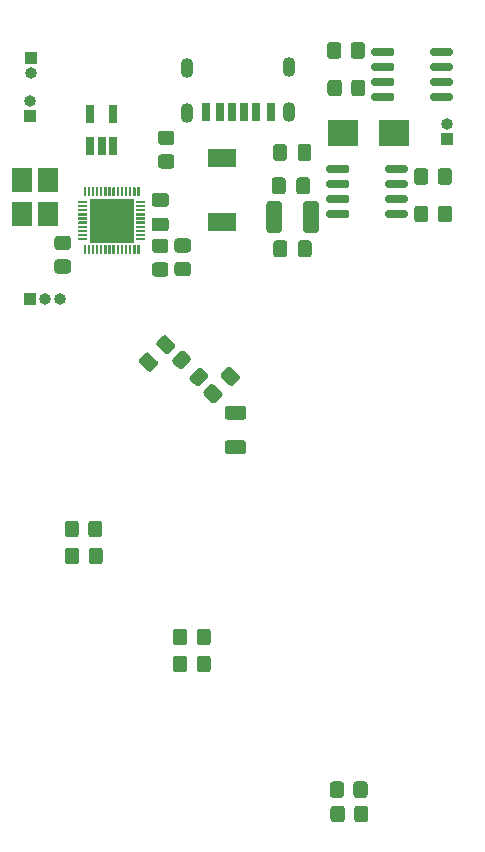
<source format=gbr>
%TF.GenerationSoftware,KiCad,Pcbnew,(5.1.10)-1*%
%TF.CreationDate,2022-02-15T22:18:45-08:00*%
%TF.ProjectId,schematic,73636865-6d61-4746-9963-2e6b69636164,rev?*%
%TF.SameCoordinates,Original*%
%TF.FileFunction,Soldermask,Top*%
%TF.FilePolarity,Negative*%
%FSLAX46Y46*%
G04 Gerber Fmt 4.6, Leading zero omitted, Abs format (unit mm)*
G04 Created by KiCad (PCBNEW (5.1.10)-1) date 2022-02-15 22:18:45*
%MOMM*%
%LPD*%
G01*
G04 APERTURE LIST*
%ADD10O,1.000000X1.000000*%
%ADD11R,1.000000X1.000000*%
%ADD12R,2.500000X2.300000*%
%ADD13R,0.650000X1.560000*%
%ADD14O,1.100000X1.700000*%
%ADD15R,0.800000X1.600000*%
%ADD16R,0.760000X1.600000*%
%ADD17R,0.700000X1.600000*%
%ADD18R,1.800000X2.100000*%
%ADD19R,3.700000X3.700000*%
%ADD20R,2.400000X1.500000*%
G04 APERTURE END LIST*
D10*
%TO.C,SW1*%
X137287000Y-67945000D03*
D11*
X137287000Y-69215000D03*
%TD*%
D10*
%TO.C,J3*%
X172593000Y-69850000D03*
D11*
X172593000Y-71120000D03*
%TD*%
D10*
%TO.C,Je*%
X137414000Y-65532000D03*
D11*
X137414000Y-64262000D03*
%TD*%
D10*
%TO.C,J4*%
X139827000Y-84709000D03*
X138557000Y-84709000D03*
D11*
X137287000Y-84709000D03*
%TD*%
%TO.C,R7*%
G36*
G01*
X147885999Y-81569000D02*
X148786001Y-81569000D01*
G75*
G02*
X149036000Y-81818999I0J-249999D01*
G01*
X149036000Y-82519001D01*
G75*
G02*
X148786001Y-82769000I-249999J0D01*
G01*
X147885999Y-82769000D01*
G75*
G02*
X147636000Y-82519001I0J249999D01*
G01*
X147636000Y-81818999D01*
G75*
G02*
X147885999Y-81569000I249999J0D01*
G01*
G37*
G36*
G01*
X147885999Y-79569000D02*
X148786001Y-79569000D01*
G75*
G02*
X149036000Y-79818999I0J-249999D01*
G01*
X149036000Y-80519001D01*
G75*
G02*
X148786001Y-80769000I-249999J0D01*
G01*
X147885999Y-80769000D01*
G75*
G02*
X147636000Y-80519001I0J249999D01*
G01*
X147636000Y-79818999D01*
G75*
G02*
X147885999Y-79569000I249999J0D01*
G01*
G37*
%TD*%
%TO.C,R6*%
G36*
G01*
X150691001Y-80737000D02*
X149790999Y-80737000D01*
G75*
G02*
X149541000Y-80487001I0J249999D01*
G01*
X149541000Y-79786999D01*
G75*
G02*
X149790999Y-79537000I249999J0D01*
G01*
X150691001Y-79537000D01*
G75*
G02*
X150941000Y-79786999I0J-249999D01*
G01*
X150941000Y-80487001D01*
G75*
G02*
X150691001Y-80737000I-249999J0D01*
G01*
G37*
G36*
G01*
X150691001Y-82737000D02*
X149790999Y-82737000D01*
G75*
G02*
X149541000Y-82487001I0J249999D01*
G01*
X149541000Y-81786999D01*
G75*
G02*
X149790999Y-81537000I249999J0D01*
G01*
X150691001Y-81537000D01*
G75*
G02*
X150941000Y-81786999I0J-249999D01*
G01*
X150941000Y-82487001D01*
G75*
G02*
X150691001Y-82737000I-249999J0D01*
G01*
G37*
%TD*%
%TO.C,C16*%
G36*
G01*
X160450500Y-78824001D02*
X160450500Y-76623999D01*
G75*
G02*
X160700499Y-76374000I249999J0D01*
G01*
X161525501Y-76374000D01*
G75*
G02*
X161775500Y-76623999I0J-249999D01*
G01*
X161775500Y-78824001D01*
G75*
G02*
X161525501Y-79074000I-249999J0D01*
G01*
X160700499Y-79074000D01*
G75*
G02*
X160450500Y-78824001I0J249999D01*
G01*
G37*
G36*
G01*
X157325500Y-78824001D02*
X157325500Y-76623999D01*
G75*
G02*
X157575499Y-76374000I249999J0D01*
G01*
X158400501Y-76374000D01*
G75*
G02*
X158650500Y-76623999I0J-249999D01*
G01*
X158650500Y-78824001D01*
G75*
G02*
X158400501Y-79074000I-249999J0D01*
G01*
X157575499Y-79074000D01*
G75*
G02*
X157325500Y-78824001I0J249999D01*
G01*
G37*
%TD*%
D12*
%TO.C,D3*%
X168130000Y-70612000D03*
X163830000Y-70612000D03*
%TD*%
D13*
%TO.C,U7*%
X142433000Y-69008000D03*
X144333000Y-69008000D03*
X144333000Y-71708000D03*
X143383000Y-71708000D03*
X142433000Y-71708000D03*
%TD*%
D14*
%TO.C,J2*%
X159282000Y-65034000D03*
X159282000Y-68834000D03*
X150632000Y-65084000D03*
X150632000Y-68884000D03*
D15*
X152182000Y-68834000D03*
D16*
X153412000Y-68834000D03*
D17*
X154432000Y-68834000D03*
X155432000Y-68834000D03*
D16*
X156452000Y-68834000D03*
D15*
X157682000Y-68834000D03*
%TD*%
%TO.C,TH3*%
G36*
G01*
X163954000Y-127819999D02*
X163954000Y-128720001D01*
G75*
G02*
X163704001Y-128970000I-249999J0D01*
G01*
X163003999Y-128970000D01*
G75*
G02*
X162754000Y-128720001I0J249999D01*
G01*
X162754000Y-127819999D01*
G75*
G02*
X163003999Y-127570000I249999J0D01*
G01*
X163704001Y-127570000D01*
G75*
G02*
X163954000Y-127819999I0J-249999D01*
G01*
G37*
G36*
G01*
X165954000Y-127819999D02*
X165954000Y-128720001D01*
G75*
G02*
X165704001Y-128970000I-249999J0D01*
G01*
X165003999Y-128970000D01*
G75*
G02*
X164754000Y-128720001I0J249999D01*
G01*
X164754000Y-127819999D01*
G75*
G02*
X165003999Y-127570000I249999J0D01*
G01*
X165704001Y-127570000D01*
G75*
G02*
X165954000Y-127819999I0J-249999D01*
G01*
G37*
%TD*%
%TO.C,TH2*%
G36*
G01*
X150619000Y-115119999D02*
X150619000Y-116020001D01*
G75*
G02*
X150369001Y-116270000I-249999J0D01*
G01*
X149668999Y-116270000D01*
G75*
G02*
X149419000Y-116020001I0J249999D01*
G01*
X149419000Y-115119999D01*
G75*
G02*
X149668999Y-114870000I249999J0D01*
G01*
X150369001Y-114870000D01*
G75*
G02*
X150619000Y-115119999I0J-249999D01*
G01*
G37*
G36*
G01*
X152619000Y-115119999D02*
X152619000Y-116020001D01*
G75*
G02*
X152369001Y-116270000I-249999J0D01*
G01*
X151668999Y-116270000D01*
G75*
G02*
X151419000Y-116020001I0J249999D01*
G01*
X151419000Y-115119999D01*
G75*
G02*
X151668999Y-114870000I249999J0D01*
G01*
X152369001Y-114870000D01*
G75*
G02*
X152619000Y-115119999I0J-249999D01*
G01*
G37*
%TD*%
%TO.C,TH1*%
G36*
G01*
X141475000Y-105975999D02*
X141475000Y-106876001D01*
G75*
G02*
X141225001Y-107126000I-249999J0D01*
G01*
X140524999Y-107126000D01*
G75*
G02*
X140275000Y-106876001I0J249999D01*
G01*
X140275000Y-105975999D01*
G75*
G02*
X140524999Y-105726000I249999J0D01*
G01*
X141225001Y-105726000D01*
G75*
G02*
X141475000Y-105975999I0J-249999D01*
G01*
G37*
G36*
G01*
X143475000Y-105975999D02*
X143475000Y-106876001D01*
G75*
G02*
X143225001Y-107126000I-249999J0D01*
G01*
X142524999Y-107126000D01*
G75*
G02*
X142275000Y-106876001I0J249999D01*
G01*
X142275000Y-105975999D01*
G75*
G02*
X142524999Y-105726000I249999J0D01*
G01*
X143225001Y-105726000D01*
G75*
G02*
X143475000Y-105975999I0J-249999D01*
G01*
G37*
%TD*%
%TO.C,R24*%
G36*
G01*
X164700500Y-126662601D02*
X164700500Y-125762599D01*
G75*
G02*
X164950499Y-125512600I249999J0D01*
G01*
X165650501Y-125512600D01*
G75*
G02*
X165900500Y-125762599I0J-249999D01*
G01*
X165900500Y-126662601D01*
G75*
G02*
X165650501Y-126912600I-249999J0D01*
G01*
X164950499Y-126912600D01*
G75*
G02*
X164700500Y-126662601I0J249999D01*
G01*
G37*
G36*
G01*
X162700500Y-126662601D02*
X162700500Y-125762599D01*
G75*
G02*
X162950499Y-125512600I249999J0D01*
G01*
X163650501Y-125512600D01*
G75*
G02*
X163900500Y-125762599I0J-249999D01*
G01*
X163900500Y-126662601D01*
G75*
G02*
X163650501Y-126912600I-249999J0D01*
G01*
X162950499Y-126912600D01*
G75*
G02*
X162700500Y-126662601I0J249999D01*
G01*
G37*
%TD*%
%TO.C,R21*%
G36*
G01*
X151419000Y-113734001D02*
X151419000Y-112833999D01*
G75*
G02*
X151668999Y-112584000I249999J0D01*
G01*
X152369001Y-112584000D01*
G75*
G02*
X152619000Y-112833999I0J-249999D01*
G01*
X152619000Y-113734001D01*
G75*
G02*
X152369001Y-113984000I-249999J0D01*
G01*
X151668999Y-113984000D01*
G75*
G02*
X151419000Y-113734001I0J249999D01*
G01*
G37*
G36*
G01*
X149419000Y-113734001D02*
X149419000Y-112833999D01*
G75*
G02*
X149668999Y-112584000I249999J0D01*
G01*
X150369001Y-112584000D01*
G75*
G02*
X150619000Y-112833999I0J-249999D01*
G01*
X150619000Y-113734001D01*
G75*
G02*
X150369001Y-113984000I-249999J0D01*
G01*
X149668999Y-113984000D01*
G75*
G02*
X149419000Y-113734001I0J249999D01*
G01*
G37*
%TD*%
%TO.C,R20*%
G36*
G01*
X142246500Y-104593601D02*
X142246500Y-103693599D01*
G75*
G02*
X142496499Y-103443600I249999J0D01*
G01*
X143196501Y-103443600D01*
G75*
G02*
X143446500Y-103693599I0J-249999D01*
G01*
X143446500Y-104593601D01*
G75*
G02*
X143196501Y-104843600I-249999J0D01*
G01*
X142496499Y-104843600D01*
G75*
G02*
X142246500Y-104593601I0J249999D01*
G01*
G37*
G36*
G01*
X140246500Y-104593601D02*
X140246500Y-103693599D01*
G75*
G02*
X140496499Y-103443600I249999J0D01*
G01*
X141196501Y-103443600D01*
G75*
G02*
X141446500Y-103693599I0J-249999D01*
G01*
X141446500Y-104593601D01*
G75*
G02*
X141196501Y-104843600I-249999J0D01*
G01*
X140496499Y-104843600D01*
G75*
G02*
X140246500Y-104593601I0J249999D01*
G01*
G37*
%TD*%
D18*
%TO.C,Y1*%
X136652000Y-77470000D03*
X136652000Y-74570000D03*
X138852000Y-74570000D03*
X138852000Y-77470000D03*
%TD*%
%TO.C,U5*%
G36*
G01*
X167362000Y-73810000D02*
X167362000Y-73510000D01*
G75*
G02*
X167512000Y-73360000I150000J0D01*
G01*
X169162000Y-73360000D01*
G75*
G02*
X169312000Y-73510000I0J-150000D01*
G01*
X169312000Y-73810000D01*
G75*
G02*
X169162000Y-73960000I-150000J0D01*
G01*
X167512000Y-73960000D01*
G75*
G02*
X167362000Y-73810000I0J150000D01*
G01*
G37*
G36*
G01*
X167362000Y-75080000D02*
X167362000Y-74780000D01*
G75*
G02*
X167512000Y-74630000I150000J0D01*
G01*
X169162000Y-74630000D01*
G75*
G02*
X169312000Y-74780000I0J-150000D01*
G01*
X169312000Y-75080000D01*
G75*
G02*
X169162000Y-75230000I-150000J0D01*
G01*
X167512000Y-75230000D01*
G75*
G02*
X167362000Y-75080000I0J150000D01*
G01*
G37*
G36*
G01*
X167362000Y-76350000D02*
X167362000Y-76050000D01*
G75*
G02*
X167512000Y-75900000I150000J0D01*
G01*
X169162000Y-75900000D01*
G75*
G02*
X169312000Y-76050000I0J-150000D01*
G01*
X169312000Y-76350000D01*
G75*
G02*
X169162000Y-76500000I-150000J0D01*
G01*
X167512000Y-76500000D01*
G75*
G02*
X167362000Y-76350000I0J150000D01*
G01*
G37*
G36*
G01*
X167362000Y-77620000D02*
X167362000Y-77320000D01*
G75*
G02*
X167512000Y-77170000I150000J0D01*
G01*
X169162000Y-77170000D01*
G75*
G02*
X169312000Y-77320000I0J-150000D01*
G01*
X169312000Y-77620000D01*
G75*
G02*
X169162000Y-77770000I-150000J0D01*
G01*
X167512000Y-77770000D01*
G75*
G02*
X167362000Y-77620000I0J150000D01*
G01*
G37*
G36*
G01*
X162412000Y-77620000D02*
X162412000Y-77320000D01*
G75*
G02*
X162562000Y-77170000I150000J0D01*
G01*
X164212000Y-77170000D01*
G75*
G02*
X164362000Y-77320000I0J-150000D01*
G01*
X164362000Y-77620000D01*
G75*
G02*
X164212000Y-77770000I-150000J0D01*
G01*
X162562000Y-77770000D01*
G75*
G02*
X162412000Y-77620000I0J150000D01*
G01*
G37*
G36*
G01*
X162412000Y-76350000D02*
X162412000Y-76050000D01*
G75*
G02*
X162562000Y-75900000I150000J0D01*
G01*
X164212000Y-75900000D01*
G75*
G02*
X164362000Y-76050000I0J-150000D01*
G01*
X164362000Y-76350000D01*
G75*
G02*
X164212000Y-76500000I-150000J0D01*
G01*
X162562000Y-76500000D01*
G75*
G02*
X162412000Y-76350000I0J150000D01*
G01*
G37*
G36*
G01*
X162412000Y-75080000D02*
X162412000Y-74780000D01*
G75*
G02*
X162562000Y-74630000I150000J0D01*
G01*
X164212000Y-74630000D01*
G75*
G02*
X164362000Y-74780000I0J-150000D01*
G01*
X164362000Y-75080000D01*
G75*
G02*
X164212000Y-75230000I-150000J0D01*
G01*
X162562000Y-75230000D01*
G75*
G02*
X162412000Y-75080000I0J150000D01*
G01*
G37*
G36*
G01*
X162412000Y-73810000D02*
X162412000Y-73510000D01*
G75*
G02*
X162562000Y-73360000I150000J0D01*
G01*
X164212000Y-73360000D01*
G75*
G02*
X164362000Y-73510000I0J-150000D01*
G01*
X164362000Y-73810000D01*
G75*
G02*
X164212000Y-73960000I-150000J0D01*
G01*
X162562000Y-73960000D01*
G75*
G02*
X162412000Y-73810000I0J150000D01*
G01*
G37*
%TD*%
%TO.C,U2*%
G36*
G01*
X168172000Y-67414000D02*
X168172000Y-67714000D01*
G75*
G02*
X168022000Y-67864000I-150000J0D01*
G01*
X166372000Y-67864000D01*
G75*
G02*
X166222000Y-67714000I0J150000D01*
G01*
X166222000Y-67414000D01*
G75*
G02*
X166372000Y-67264000I150000J0D01*
G01*
X168022000Y-67264000D01*
G75*
G02*
X168172000Y-67414000I0J-150000D01*
G01*
G37*
G36*
G01*
X168172000Y-66144000D02*
X168172000Y-66444000D01*
G75*
G02*
X168022000Y-66594000I-150000J0D01*
G01*
X166372000Y-66594000D01*
G75*
G02*
X166222000Y-66444000I0J150000D01*
G01*
X166222000Y-66144000D01*
G75*
G02*
X166372000Y-65994000I150000J0D01*
G01*
X168022000Y-65994000D01*
G75*
G02*
X168172000Y-66144000I0J-150000D01*
G01*
G37*
G36*
G01*
X168172000Y-64874000D02*
X168172000Y-65174000D01*
G75*
G02*
X168022000Y-65324000I-150000J0D01*
G01*
X166372000Y-65324000D01*
G75*
G02*
X166222000Y-65174000I0J150000D01*
G01*
X166222000Y-64874000D01*
G75*
G02*
X166372000Y-64724000I150000J0D01*
G01*
X168022000Y-64724000D01*
G75*
G02*
X168172000Y-64874000I0J-150000D01*
G01*
G37*
G36*
G01*
X168172000Y-63604000D02*
X168172000Y-63904000D01*
G75*
G02*
X168022000Y-64054000I-150000J0D01*
G01*
X166372000Y-64054000D01*
G75*
G02*
X166222000Y-63904000I0J150000D01*
G01*
X166222000Y-63604000D01*
G75*
G02*
X166372000Y-63454000I150000J0D01*
G01*
X168022000Y-63454000D01*
G75*
G02*
X168172000Y-63604000I0J-150000D01*
G01*
G37*
G36*
G01*
X173122000Y-63604000D02*
X173122000Y-63904000D01*
G75*
G02*
X172972000Y-64054000I-150000J0D01*
G01*
X171322000Y-64054000D01*
G75*
G02*
X171172000Y-63904000I0J150000D01*
G01*
X171172000Y-63604000D01*
G75*
G02*
X171322000Y-63454000I150000J0D01*
G01*
X172972000Y-63454000D01*
G75*
G02*
X173122000Y-63604000I0J-150000D01*
G01*
G37*
G36*
G01*
X173122000Y-64874000D02*
X173122000Y-65174000D01*
G75*
G02*
X172972000Y-65324000I-150000J0D01*
G01*
X171322000Y-65324000D01*
G75*
G02*
X171172000Y-65174000I0J150000D01*
G01*
X171172000Y-64874000D01*
G75*
G02*
X171322000Y-64724000I150000J0D01*
G01*
X172972000Y-64724000D01*
G75*
G02*
X173122000Y-64874000I0J-150000D01*
G01*
G37*
G36*
G01*
X173122000Y-66144000D02*
X173122000Y-66444000D01*
G75*
G02*
X172972000Y-66594000I-150000J0D01*
G01*
X171322000Y-66594000D01*
G75*
G02*
X171172000Y-66444000I0J150000D01*
G01*
X171172000Y-66144000D01*
G75*
G02*
X171322000Y-65994000I150000J0D01*
G01*
X172972000Y-65994000D01*
G75*
G02*
X173122000Y-66144000I0J-150000D01*
G01*
G37*
G36*
G01*
X173122000Y-67414000D02*
X173122000Y-67714000D01*
G75*
G02*
X172972000Y-67864000I-150000J0D01*
G01*
X171322000Y-67864000D01*
G75*
G02*
X171172000Y-67714000I0J150000D01*
G01*
X171172000Y-67414000D01*
G75*
G02*
X171322000Y-67264000I150000J0D01*
G01*
X172972000Y-67264000D01*
G75*
G02*
X173122000Y-67414000I0J-150000D01*
G01*
G37*
%TD*%
D19*
%TO.C,U1*%
X144221333Y-78028667D03*
G36*
G01*
X142121333Y-79703667D02*
X141421333Y-79703667D01*
G75*
G02*
X141371333Y-79653667I0J50000D01*
G01*
X141371333Y-79553667D01*
G75*
G02*
X141421333Y-79503667I50000J0D01*
G01*
X142121333Y-79503667D01*
G75*
G02*
X142171333Y-79553667I0J-50000D01*
G01*
X142171333Y-79653667D01*
G75*
G02*
X142121333Y-79703667I-50000J0D01*
G01*
G37*
G36*
G01*
X142121333Y-79353667D02*
X141421333Y-79353667D01*
G75*
G02*
X141371333Y-79303667I0J50000D01*
G01*
X141371333Y-79203667D01*
G75*
G02*
X141421333Y-79153667I50000J0D01*
G01*
X142121333Y-79153667D01*
G75*
G02*
X142171333Y-79203667I0J-50000D01*
G01*
X142171333Y-79303667D01*
G75*
G02*
X142121333Y-79353667I-50000J0D01*
G01*
G37*
G36*
G01*
X142121333Y-79003667D02*
X141421333Y-79003667D01*
G75*
G02*
X141371333Y-78953667I0J50000D01*
G01*
X141371333Y-78853667D01*
G75*
G02*
X141421333Y-78803667I50000J0D01*
G01*
X142121333Y-78803667D01*
G75*
G02*
X142171333Y-78853667I0J-50000D01*
G01*
X142171333Y-78953667D01*
G75*
G02*
X142121333Y-79003667I-50000J0D01*
G01*
G37*
G36*
G01*
X142121333Y-78653667D02*
X141421333Y-78653667D01*
G75*
G02*
X141371333Y-78603667I0J50000D01*
G01*
X141371333Y-78503667D01*
G75*
G02*
X141421333Y-78453667I50000J0D01*
G01*
X142121333Y-78453667D01*
G75*
G02*
X142171333Y-78503667I0J-50000D01*
G01*
X142171333Y-78603667D01*
G75*
G02*
X142121333Y-78653667I-50000J0D01*
G01*
G37*
G36*
G01*
X142121333Y-78303667D02*
X141421333Y-78303667D01*
G75*
G02*
X141371333Y-78253667I0J50000D01*
G01*
X141371333Y-78153667D01*
G75*
G02*
X141421333Y-78103667I50000J0D01*
G01*
X142121333Y-78103667D01*
G75*
G02*
X142171333Y-78153667I0J-50000D01*
G01*
X142171333Y-78253667D01*
G75*
G02*
X142121333Y-78303667I-50000J0D01*
G01*
G37*
G36*
G01*
X142121333Y-77953667D02*
X141421333Y-77953667D01*
G75*
G02*
X141371333Y-77903667I0J50000D01*
G01*
X141371333Y-77803667D01*
G75*
G02*
X141421333Y-77753667I50000J0D01*
G01*
X142121333Y-77753667D01*
G75*
G02*
X142171333Y-77803667I0J-50000D01*
G01*
X142171333Y-77903667D01*
G75*
G02*
X142121333Y-77953667I-50000J0D01*
G01*
G37*
G36*
G01*
X142121333Y-77603667D02*
X141421333Y-77603667D01*
G75*
G02*
X141371333Y-77553667I0J50000D01*
G01*
X141371333Y-77453667D01*
G75*
G02*
X141421333Y-77403667I50000J0D01*
G01*
X142121333Y-77403667D01*
G75*
G02*
X142171333Y-77453667I0J-50000D01*
G01*
X142171333Y-77553667D01*
G75*
G02*
X142121333Y-77603667I-50000J0D01*
G01*
G37*
G36*
G01*
X142121333Y-77253667D02*
X141421333Y-77253667D01*
G75*
G02*
X141371333Y-77203667I0J50000D01*
G01*
X141371333Y-77103667D01*
G75*
G02*
X141421333Y-77053667I50000J0D01*
G01*
X142121333Y-77053667D01*
G75*
G02*
X142171333Y-77103667I0J-50000D01*
G01*
X142171333Y-77203667D01*
G75*
G02*
X142121333Y-77253667I-50000J0D01*
G01*
G37*
G36*
G01*
X142121333Y-76903667D02*
X141421333Y-76903667D01*
G75*
G02*
X141371333Y-76853667I0J50000D01*
G01*
X141371333Y-76753667D01*
G75*
G02*
X141421333Y-76703667I50000J0D01*
G01*
X142121333Y-76703667D01*
G75*
G02*
X142171333Y-76753667I0J-50000D01*
G01*
X142171333Y-76853667D01*
G75*
G02*
X142121333Y-76903667I-50000J0D01*
G01*
G37*
G36*
G01*
X142121333Y-76553667D02*
X141421333Y-76553667D01*
G75*
G02*
X141371333Y-76503667I0J50000D01*
G01*
X141371333Y-76403667D01*
G75*
G02*
X141421333Y-76353667I50000J0D01*
G01*
X142121333Y-76353667D01*
G75*
G02*
X142171333Y-76403667I0J-50000D01*
G01*
X142171333Y-76503667D01*
G75*
G02*
X142121333Y-76553667I-50000J0D01*
G01*
G37*
G36*
G01*
X141996333Y-75978667D02*
X141896333Y-75978667D01*
G75*
G02*
X141846333Y-75928667I0J50000D01*
G01*
X141846333Y-75228667D01*
G75*
G02*
X141896333Y-75178667I50000J0D01*
G01*
X141996333Y-75178667D01*
G75*
G02*
X142046333Y-75228667I0J-50000D01*
G01*
X142046333Y-75928667D01*
G75*
G02*
X141996333Y-75978667I-50000J0D01*
G01*
G37*
G36*
G01*
X142346333Y-75978667D02*
X142246333Y-75978667D01*
G75*
G02*
X142196333Y-75928667I0J50000D01*
G01*
X142196333Y-75228667D01*
G75*
G02*
X142246333Y-75178667I50000J0D01*
G01*
X142346333Y-75178667D01*
G75*
G02*
X142396333Y-75228667I0J-50000D01*
G01*
X142396333Y-75928667D01*
G75*
G02*
X142346333Y-75978667I-50000J0D01*
G01*
G37*
G36*
G01*
X142696333Y-75978667D02*
X142596333Y-75978667D01*
G75*
G02*
X142546333Y-75928667I0J50000D01*
G01*
X142546333Y-75228667D01*
G75*
G02*
X142596333Y-75178667I50000J0D01*
G01*
X142696333Y-75178667D01*
G75*
G02*
X142746333Y-75228667I0J-50000D01*
G01*
X142746333Y-75928667D01*
G75*
G02*
X142696333Y-75978667I-50000J0D01*
G01*
G37*
G36*
G01*
X143046333Y-75978667D02*
X142946333Y-75978667D01*
G75*
G02*
X142896333Y-75928667I0J50000D01*
G01*
X142896333Y-75228667D01*
G75*
G02*
X142946333Y-75178667I50000J0D01*
G01*
X143046333Y-75178667D01*
G75*
G02*
X143096333Y-75228667I0J-50000D01*
G01*
X143096333Y-75928667D01*
G75*
G02*
X143046333Y-75978667I-50000J0D01*
G01*
G37*
G36*
G01*
X143396333Y-75978667D02*
X143296333Y-75978667D01*
G75*
G02*
X143246333Y-75928667I0J50000D01*
G01*
X143246333Y-75228667D01*
G75*
G02*
X143296333Y-75178667I50000J0D01*
G01*
X143396333Y-75178667D01*
G75*
G02*
X143446333Y-75228667I0J-50000D01*
G01*
X143446333Y-75928667D01*
G75*
G02*
X143396333Y-75978667I-50000J0D01*
G01*
G37*
G36*
G01*
X143746333Y-75978667D02*
X143646333Y-75978667D01*
G75*
G02*
X143596333Y-75928667I0J50000D01*
G01*
X143596333Y-75228667D01*
G75*
G02*
X143646333Y-75178667I50000J0D01*
G01*
X143746333Y-75178667D01*
G75*
G02*
X143796333Y-75228667I0J-50000D01*
G01*
X143796333Y-75928667D01*
G75*
G02*
X143746333Y-75978667I-50000J0D01*
G01*
G37*
G36*
G01*
X144096333Y-75978667D02*
X143996333Y-75978667D01*
G75*
G02*
X143946333Y-75928667I0J50000D01*
G01*
X143946333Y-75228667D01*
G75*
G02*
X143996333Y-75178667I50000J0D01*
G01*
X144096333Y-75178667D01*
G75*
G02*
X144146333Y-75228667I0J-50000D01*
G01*
X144146333Y-75928667D01*
G75*
G02*
X144096333Y-75978667I-50000J0D01*
G01*
G37*
G36*
G01*
X144446333Y-75978667D02*
X144346333Y-75978667D01*
G75*
G02*
X144296333Y-75928667I0J50000D01*
G01*
X144296333Y-75228667D01*
G75*
G02*
X144346333Y-75178667I50000J0D01*
G01*
X144446333Y-75178667D01*
G75*
G02*
X144496333Y-75228667I0J-50000D01*
G01*
X144496333Y-75928667D01*
G75*
G02*
X144446333Y-75978667I-50000J0D01*
G01*
G37*
G36*
G01*
X144796333Y-75978667D02*
X144696333Y-75978667D01*
G75*
G02*
X144646333Y-75928667I0J50000D01*
G01*
X144646333Y-75228667D01*
G75*
G02*
X144696333Y-75178667I50000J0D01*
G01*
X144796333Y-75178667D01*
G75*
G02*
X144846333Y-75228667I0J-50000D01*
G01*
X144846333Y-75928667D01*
G75*
G02*
X144796333Y-75978667I-50000J0D01*
G01*
G37*
G36*
G01*
X145146333Y-75978667D02*
X145046333Y-75978667D01*
G75*
G02*
X144996333Y-75928667I0J50000D01*
G01*
X144996333Y-75228667D01*
G75*
G02*
X145046333Y-75178667I50000J0D01*
G01*
X145146333Y-75178667D01*
G75*
G02*
X145196333Y-75228667I0J-50000D01*
G01*
X145196333Y-75928667D01*
G75*
G02*
X145146333Y-75978667I-50000J0D01*
G01*
G37*
G36*
G01*
X145496333Y-75978667D02*
X145396333Y-75978667D01*
G75*
G02*
X145346333Y-75928667I0J50000D01*
G01*
X145346333Y-75228667D01*
G75*
G02*
X145396333Y-75178667I50000J0D01*
G01*
X145496333Y-75178667D01*
G75*
G02*
X145546333Y-75228667I0J-50000D01*
G01*
X145546333Y-75928667D01*
G75*
G02*
X145496333Y-75978667I-50000J0D01*
G01*
G37*
G36*
G01*
X145846333Y-75978667D02*
X145746333Y-75978667D01*
G75*
G02*
X145696333Y-75928667I0J50000D01*
G01*
X145696333Y-75228667D01*
G75*
G02*
X145746333Y-75178667I50000J0D01*
G01*
X145846333Y-75178667D01*
G75*
G02*
X145896333Y-75228667I0J-50000D01*
G01*
X145896333Y-75928667D01*
G75*
G02*
X145846333Y-75978667I-50000J0D01*
G01*
G37*
G36*
G01*
X146196333Y-75978667D02*
X146096333Y-75978667D01*
G75*
G02*
X146046333Y-75928667I0J50000D01*
G01*
X146046333Y-75228667D01*
G75*
G02*
X146096333Y-75178667I50000J0D01*
G01*
X146196333Y-75178667D01*
G75*
G02*
X146246333Y-75228667I0J-50000D01*
G01*
X146246333Y-75928667D01*
G75*
G02*
X146196333Y-75978667I-50000J0D01*
G01*
G37*
G36*
G01*
X146546333Y-75978667D02*
X146446333Y-75978667D01*
G75*
G02*
X146396333Y-75928667I0J50000D01*
G01*
X146396333Y-75228667D01*
G75*
G02*
X146446333Y-75178667I50000J0D01*
G01*
X146546333Y-75178667D01*
G75*
G02*
X146596333Y-75228667I0J-50000D01*
G01*
X146596333Y-75928667D01*
G75*
G02*
X146546333Y-75978667I-50000J0D01*
G01*
G37*
G36*
G01*
X147021333Y-76553667D02*
X146321333Y-76553667D01*
G75*
G02*
X146271333Y-76503667I0J50000D01*
G01*
X146271333Y-76403667D01*
G75*
G02*
X146321333Y-76353667I50000J0D01*
G01*
X147021333Y-76353667D01*
G75*
G02*
X147071333Y-76403667I0J-50000D01*
G01*
X147071333Y-76503667D01*
G75*
G02*
X147021333Y-76553667I-50000J0D01*
G01*
G37*
G36*
G01*
X147021333Y-76903667D02*
X146321333Y-76903667D01*
G75*
G02*
X146271333Y-76853667I0J50000D01*
G01*
X146271333Y-76753667D01*
G75*
G02*
X146321333Y-76703667I50000J0D01*
G01*
X147021333Y-76703667D01*
G75*
G02*
X147071333Y-76753667I0J-50000D01*
G01*
X147071333Y-76853667D01*
G75*
G02*
X147021333Y-76903667I-50000J0D01*
G01*
G37*
G36*
G01*
X147021333Y-77253667D02*
X146321333Y-77253667D01*
G75*
G02*
X146271333Y-77203667I0J50000D01*
G01*
X146271333Y-77103667D01*
G75*
G02*
X146321333Y-77053667I50000J0D01*
G01*
X147021333Y-77053667D01*
G75*
G02*
X147071333Y-77103667I0J-50000D01*
G01*
X147071333Y-77203667D01*
G75*
G02*
X147021333Y-77253667I-50000J0D01*
G01*
G37*
G36*
G01*
X147021333Y-77603667D02*
X146321333Y-77603667D01*
G75*
G02*
X146271333Y-77553667I0J50000D01*
G01*
X146271333Y-77453667D01*
G75*
G02*
X146321333Y-77403667I50000J0D01*
G01*
X147021333Y-77403667D01*
G75*
G02*
X147071333Y-77453667I0J-50000D01*
G01*
X147071333Y-77553667D01*
G75*
G02*
X147021333Y-77603667I-50000J0D01*
G01*
G37*
G36*
G01*
X147021333Y-77953667D02*
X146321333Y-77953667D01*
G75*
G02*
X146271333Y-77903667I0J50000D01*
G01*
X146271333Y-77803667D01*
G75*
G02*
X146321333Y-77753667I50000J0D01*
G01*
X147021333Y-77753667D01*
G75*
G02*
X147071333Y-77803667I0J-50000D01*
G01*
X147071333Y-77903667D01*
G75*
G02*
X147021333Y-77953667I-50000J0D01*
G01*
G37*
G36*
G01*
X147021333Y-78303667D02*
X146321333Y-78303667D01*
G75*
G02*
X146271333Y-78253667I0J50000D01*
G01*
X146271333Y-78153667D01*
G75*
G02*
X146321333Y-78103667I50000J0D01*
G01*
X147021333Y-78103667D01*
G75*
G02*
X147071333Y-78153667I0J-50000D01*
G01*
X147071333Y-78253667D01*
G75*
G02*
X147021333Y-78303667I-50000J0D01*
G01*
G37*
G36*
G01*
X147021333Y-78653667D02*
X146321333Y-78653667D01*
G75*
G02*
X146271333Y-78603667I0J50000D01*
G01*
X146271333Y-78503667D01*
G75*
G02*
X146321333Y-78453667I50000J0D01*
G01*
X147021333Y-78453667D01*
G75*
G02*
X147071333Y-78503667I0J-50000D01*
G01*
X147071333Y-78603667D01*
G75*
G02*
X147021333Y-78653667I-50000J0D01*
G01*
G37*
G36*
G01*
X147021333Y-79003667D02*
X146321333Y-79003667D01*
G75*
G02*
X146271333Y-78953667I0J50000D01*
G01*
X146271333Y-78853667D01*
G75*
G02*
X146321333Y-78803667I50000J0D01*
G01*
X147021333Y-78803667D01*
G75*
G02*
X147071333Y-78853667I0J-50000D01*
G01*
X147071333Y-78953667D01*
G75*
G02*
X147021333Y-79003667I-50000J0D01*
G01*
G37*
G36*
G01*
X147021333Y-79353667D02*
X146321333Y-79353667D01*
G75*
G02*
X146271333Y-79303667I0J50000D01*
G01*
X146271333Y-79203667D01*
G75*
G02*
X146321333Y-79153667I50000J0D01*
G01*
X147021333Y-79153667D01*
G75*
G02*
X147071333Y-79203667I0J-50000D01*
G01*
X147071333Y-79303667D01*
G75*
G02*
X147021333Y-79353667I-50000J0D01*
G01*
G37*
G36*
G01*
X147021333Y-79703667D02*
X146321333Y-79703667D01*
G75*
G02*
X146271333Y-79653667I0J50000D01*
G01*
X146271333Y-79553667D01*
G75*
G02*
X146321333Y-79503667I50000J0D01*
G01*
X147021333Y-79503667D01*
G75*
G02*
X147071333Y-79553667I0J-50000D01*
G01*
X147071333Y-79653667D01*
G75*
G02*
X147021333Y-79703667I-50000J0D01*
G01*
G37*
G36*
G01*
X146546333Y-80878667D02*
X146446333Y-80878667D01*
G75*
G02*
X146396333Y-80828667I0J50000D01*
G01*
X146396333Y-80128667D01*
G75*
G02*
X146446333Y-80078667I50000J0D01*
G01*
X146546333Y-80078667D01*
G75*
G02*
X146596333Y-80128667I0J-50000D01*
G01*
X146596333Y-80828667D01*
G75*
G02*
X146546333Y-80878667I-50000J0D01*
G01*
G37*
G36*
G01*
X146196333Y-80878667D02*
X146096333Y-80878667D01*
G75*
G02*
X146046333Y-80828667I0J50000D01*
G01*
X146046333Y-80128667D01*
G75*
G02*
X146096333Y-80078667I50000J0D01*
G01*
X146196333Y-80078667D01*
G75*
G02*
X146246333Y-80128667I0J-50000D01*
G01*
X146246333Y-80828667D01*
G75*
G02*
X146196333Y-80878667I-50000J0D01*
G01*
G37*
G36*
G01*
X145846333Y-80878667D02*
X145746333Y-80878667D01*
G75*
G02*
X145696333Y-80828667I0J50000D01*
G01*
X145696333Y-80128667D01*
G75*
G02*
X145746333Y-80078667I50000J0D01*
G01*
X145846333Y-80078667D01*
G75*
G02*
X145896333Y-80128667I0J-50000D01*
G01*
X145896333Y-80828667D01*
G75*
G02*
X145846333Y-80878667I-50000J0D01*
G01*
G37*
G36*
G01*
X145496333Y-80878667D02*
X145396333Y-80878667D01*
G75*
G02*
X145346333Y-80828667I0J50000D01*
G01*
X145346333Y-80128667D01*
G75*
G02*
X145396333Y-80078667I50000J0D01*
G01*
X145496333Y-80078667D01*
G75*
G02*
X145546333Y-80128667I0J-50000D01*
G01*
X145546333Y-80828667D01*
G75*
G02*
X145496333Y-80878667I-50000J0D01*
G01*
G37*
G36*
G01*
X145146333Y-80878667D02*
X145046333Y-80878667D01*
G75*
G02*
X144996333Y-80828667I0J50000D01*
G01*
X144996333Y-80128667D01*
G75*
G02*
X145046333Y-80078667I50000J0D01*
G01*
X145146333Y-80078667D01*
G75*
G02*
X145196333Y-80128667I0J-50000D01*
G01*
X145196333Y-80828667D01*
G75*
G02*
X145146333Y-80878667I-50000J0D01*
G01*
G37*
G36*
G01*
X144796333Y-80878667D02*
X144696333Y-80878667D01*
G75*
G02*
X144646333Y-80828667I0J50000D01*
G01*
X144646333Y-80128667D01*
G75*
G02*
X144696333Y-80078667I50000J0D01*
G01*
X144796333Y-80078667D01*
G75*
G02*
X144846333Y-80128667I0J-50000D01*
G01*
X144846333Y-80828667D01*
G75*
G02*
X144796333Y-80878667I-50000J0D01*
G01*
G37*
G36*
G01*
X144446333Y-80878667D02*
X144346333Y-80878667D01*
G75*
G02*
X144296333Y-80828667I0J50000D01*
G01*
X144296333Y-80128667D01*
G75*
G02*
X144346333Y-80078667I50000J0D01*
G01*
X144446333Y-80078667D01*
G75*
G02*
X144496333Y-80128667I0J-50000D01*
G01*
X144496333Y-80828667D01*
G75*
G02*
X144446333Y-80878667I-50000J0D01*
G01*
G37*
G36*
G01*
X144096333Y-80878667D02*
X143996333Y-80878667D01*
G75*
G02*
X143946333Y-80828667I0J50000D01*
G01*
X143946333Y-80128667D01*
G75*
G02*
X143996333Y-80078667I50000J0D01*
G01*
X144096333Y-80078667D01*
G75*
G02*
X144146333Y-80128667I0J-50000D01*
G01*
X144146333Y-80828667D01*
G75*
G02*
X144096333Y-80878667I-50000J0D01*
G01*
G37*
G36*
G01*
X143746333Y-80878667D02*
X143646333Y-80878667D01*
G75*
G02*
X143596333Y-80828667I0J50000D01*
G01*
X143596333Y-80128667D01*
G75*
G02*
X143646333Y-80078667I50000J0D01*
G01*
X143746333Y-80078667D01*
G75*
G02*
X143796333Y-80128667I0J-50000D01*
G01*
X143796333Y-80828667D01*
G75*
G02*
X143746333Y-80878667I-50000J0D01*
G01*
G37*
G36*
G01*
X143396333Y-80878667D02*
X143296333Y-80878667D01*
G75*
G02*
X143246333Y-80828667I0J50000D01*
G01*
X143246333Y-80128667D01*
G75*
G02*
X143296333Y-80078667I50000J0D01*
G01*
X143396333Y-80078667D01*
G75*
G02*
X143446333Y-80128667I0J-50000D01*
G01*
X143446333Y-80828667D01*
G75*
G02*
X143396333Y-80878667I-50000J0D01*
G01*
G37*
G36*
G01*
X143046333Y-80878667D02*
X142946333Y-80878667D01*
G75*
G02*
X142896333Y-80828667I0J50000D01*
G01*
X142896333Y-80128667D01*
G75*
G02*
X142946333Y-80078667I50000J0D01*
G01*
X143046333Y-80078667D01*
G75*
G02*
X143096333Y-80128667I0J-50000D01*
G01*
X143096333Y-80828667D01*
G75*
G02*
X143046333Y-80878667I-50000J0D01*
G01*
G37*
G36*
G01*
X142696333Y-80878667D02*
X142596333Y-80878667D01*
G75*
G02*
X142546333Y-80828667I0J50000D01*
G01*
X142546333Y-80128667D01*
G75*
G02*
X142596333Y-80078667I50000J0D01*
G01*
X142696333Y-80078667D01*
G75*
G02*
X142746333Y-80128667I0J-50000D01*
G01*
X142746333Y-80828667D01*
G75*
G02*
X142696333Y-80878667I-50000J0D01*
G01*
G37*
G36*
G01*
X142346333Y-80878667D02*
X142246333Y-80878667D01*
G75*
G02*
X142196333Y-80828667I0J50000D01*
G01*
X142196333Y-80128667D01*
G75*
G02*
X142246333Y-80078667I50000J0D01*
G01*
X142346333Y-80078667D01*
G75*
G02*
X142396333Y-80128667I0J-50000D01*
G01*
X142396333Y-80828667D01*
G75*
G02*
X142346333Y-80878667I-50000J0D01*
G01*
G37*
G36*
G01*
X141996333Y-80878667D02*
X141896333Y-80878667D01*
G75*
G02*
X141846333Y-80828667I0J50000D01*
G01*
X141846333Y-80128667D01*
G75*
G02*
X141896333Y-80078667I50000J0D01*
G01*
X141996333Y-80078667D01*
G75*
G02*
X142046333Y-80128667I0J-50000D01*
G01*
X142046333Y-80828667D01*
G75*
G02*
X141996333Y-80878667I-50000J0D01*
G01*
G37*
%TD*%
%TO.C,R11*%
G36*
G01*
X149294001Y-71625000D02*
X148393999Y-71625000D01*
G75*
G02*
X148144000Y-71375001I0J249999D01*
G01*
X148144000Y-70674999D01*
G75*
G02*
X148393999Y-70425000I249999J0D01*
G01*
X149294001Y-70425000D01*
G75*
G02*
X149544000Y-70674999I0J-249999D01*
G01*
X149544000Y-71375001D01*
G75*
G02*
X149294001Y-71625000I-249999J0D01*
G01*
G37*
G36*
G01*
X149294001Y-73625000D02*
X148393999Y-73625000D01*
G75*
G02*
X148144000Y-73375001I0J249999D01*
G01*
X148144000Y-72674999D01*
G75*
G02*
X148393999Y-72425000I249999J0D01*
G01*
X149294001Y-72425000D01*
G75*
G02*
X149544000Y-72674999I0J-249999D01*
G01*
X149544000Y-73375001D01*
G75*
G02*
X149294001Y-73625000I-249999J0D01*
G01*
G37*
%TD*%
%TO.C,R5*%
G36*
G01*
X171050000Y-77019999D02*
X171050000Y-77920001D01*
G75*
G02*
X170800001Y-78170000I-249999J0D01*
G01*
X170099999Y-78170000D01*
G75*
G02*
X169850000Y-77920001I0J249999D01*
G01*
X169850000Y-77019999D01*
G75*
G02*
X170099999Y-76770000I249999J0D01*
G01*
X170800001Y-76770000D01*
G75*
G02*
X171050000Y-77019999I0J-249999D01*
G01*
G37*
G36*
G01*
X173050000Y-77019999D02*
X173050000Y-77920001D01*
G75*
G02*
X172800001Y-78170000I-249999J0D01*
G01*
X172099999Y-78170000D01*
G75*
G02*
X171850000Y-77920001I0J249999D01*
G01*
X171850000Y-77019999D01*
G75*
G02*
X172099999Y-76770000I249999J0D01*
G01*
X172800001Y-76770000D01*
G75*
G02*
X173050000Y-77019999I0J-249999D01*
G01*
G37*
%TD*%
%TO.C,R4*%
G36*
G01*
X171034000Y-73844999D02*
X171034000Y-74745001D01*
G75*
G02*
X170784001Y-74995000I-249999J0D01*
G01*
X170083999Y-74995000D01*
G75*
G02*
X169834000Y-74745001I0J249999D01*
G01*
X169834000Y-73844999D01*
G75*
G02*
X170083999Y-73595000I249999J0D01*
G01*
X170784001Y-73595000D01*
G75*
G02*
X171034000Y-73844999I0J-249999D01*
G01*
G37*
G36*
G01*
X173034000Y-73844999D02*
X173034000Y-74745001D01*
G75*
G02*
X172784001Y-74995000I-249999J0D01*
G01*
X172083999Y-74995000D01*
G75*
G02*
X171834000Y-74745001I0J249999D01*
G01*
X171834000Y-73844999D01*
G75*
G02*
X172083999Y-73595000I249999J0D01*
G01*
X172784001Y-73595000D01*
G75*
G02*
X173034000Y-73844999I0J-249999D01*
G01*
G37*
%TD*%
%TO.C,R3*%
G36*
G01*
X164468000Y-64077001D02*
X164468000Y-63176999D01*
G75*
G02*
X164717999Y-62927000I249999J0D01*
G01*
X165418001Y-62927000D01*
G75*
G02*
X165668000Y-63176999I0J-249999D01*
G01*
X165668000Y-64077001D01*
G75*
G02*
X165418001Y-64327000I-249999J0D01*
G01*
X164717999Y-64327000D01*
G75*
G02*
X164468000Y-64077001I0J249999D01*
G01*
G37*
G36*
G01*
X162468000Y-64077001D02*
X162468000Y-63176999D01*
G75*
G02*
X162717999Y-62927000I249999J0D01*
G01*
X163418001Y-62927000D01*
G75*
G02*
X163668000Y-63176999I0J-249999D01*
G01*
X163668000Y-64077001D01*
G75*
G02*
X163418001Y-64327000I-249999J0D01*
G01*
X162717999Y-64327000D01*
G75*
G02*
X162468000Y-64077001I0J249999D01*
G01*
G37*
%TD*%
%TO.C,R2*%
G36*
G01*
X164500000Y-67252001D02*
X164500000Y-66351999D01*
G75*
G02*
X164749999Y-66102000I249999J0D01*
G01*
X165450001Y-66102000D01*
G75*
G02*
X165700000Y-66351999I0J-249999D01*
G01*
X165700000Y-67252001D01*
G75*
G02*
X165450001Y-67502000I-249999J0D01*
G01*
X164749999Y-67502000D01*
G75*
G02*
X164500000Y-67252001I0J249999D01*
G01*
G37*
G36*
G01*
X162500000Y-67252001D02*
X162500000Y-66351999D01*
G75*
G02*
X162749999Y-66102000I249999J0D01*
G01*
X163450001Y-66102000D01*
G75*
G02*
X163700000Y-66351999I0J-249999D01*
G01*
X163700000Y-67252001D01*
G75*
G02*
X163450001Y-67502000I-249999J0D01*
G01*
X162749999Y-67502000D01*
G75*
G02*
X162500000Y-67252001I0J249999D01*
G01*
G37*
%TD*%
%TO.C,R1*%
G36*
G01*
X139630999Y-81315000D02*
X140531001Y-81315000D01*
G75*
G02*
X140781000Y-81564999I0J-249999D01*
G01*
X140781000Y-82265001D01*
G75*
G02*
X140531001Y-82515000I-249999J0D01*
G01*
X139630999Y-82515000D01*
G75*
G02*
X139381000Y-82265001I0J249999D01*
G01*
X139381000Y-81564999D01*
G75*
G02*
X139630999Y-81315000I249999J0D01*
G01*
G37*
G36*
G01*
X139630999Y-79315000D02*
X140531001Y-79315000D01*
G75*
G02*
X140781000Y-79564999I0J-249999D01*
G01*
X140781000Y-80265001D01*
G75*
G02*
X140531001Y-80515000I-249999J0D01*
G01*
X139630999Y-80515000D01*
G75*
G02*
X139381000Y-80265001I0J249999D01*
G01*
X139381000Y-79564999D01*
G75*
G02*
X139630999Y-79315000I249999J0D01*
G01*
G37*
%TD*%
D20*
%TO.C,L2*%
X153543000Y-72688000D03*
X153543000Y-78188000D03*
%TD*%
%TO.C,L1*%
G36*
G01*
X150876001Y-89914604D02*
X150239604Y-90551001D01*
G75*
G02*
X149886052Y-90551001I-176776J176776D01*
G01*
X149426431Y-90091380D01*
G75*
G02*
X149426431Y-89737828I176776J176776D01*
G01*
X150062828Y-89101431D01*
G75*
G02*
X150416380Y-89101431I176776J-176776D01*
G01*
X150876001Y-89561052D01*
G75*
G02*
X150876001Y-89914604I-176776J-176776D01*
G01*
G37*
G36*
G01*
X152325569Y-91364172D02*
X151689172Y-92000569D01*
G75*
G02*
X151335620Y-92000569I-176776J176776D01*
G01*
X150875999Y-91540948D01*
G75*
G02*
X150875999Y-91187396I176776J176776D01*
G01*
X151512396Y-90550999D01*
G75*
G02*
X151865948Y-90550999I176776J-176776D01*
G01*
X152325569Y-91010620D01*
G75*
G02*
X152325569Y-91364172I-176776J-176776D01*
G01*
G37*
%TD*%
%TO.C,C19*%
G36*
G01*
X159962000Y-72738000D02*
X159962000Y-71788000D01*
G75*
G02*
X160212000Y-71538000I250000J0D01*
G01*
X160887000Y-71538000D01*
G75*
G02*
X161137000Y-71788000I0J-250000D01*
G01*
X161137000Y-72738000D01*
G75*
G02*
X160887000Y-72988000I-250000J0D01*
G01*
X160212000Y-72988000D01*
G75*
G02*
X159962000Y-72738000I0J250000D01*
G01*
G37*
G36*
G01*
X157887000Y-72738000D02*
X157887000Y-71788000D01*
G75*
G02*
X158137000Y-71538000I250000J0D01*
G01*
X158812000Y-71538000D01*
G75*
G02*
X159062000Y-71788000I0J-250000D01*
G01*
X159062000Y-72738000D01*
G75*
G02*
X158812000Y-72988000I-250000J0D01*
G01*
X158137000Y-72988000D01*
G75*
G02*
X157887000Y-72738000I0J250000D01*
G01*
G37*
%TD*%
%TO.C,C18*%
G36*
G01*
X159991300Y-80891400D02*
X159991300Y-79941400D01*
G75*
G02*
X160241300Y-79691400I250000J0D01*
G01*
X160916300Y-79691400D01*
G75*
G02*
X161166300Y-79941400I0J-250000D01*
G01*
X161166300Y-80891400D01*
G75*
G02*
X160916300Y-81141400I-250000J0D01*
G01*
X160241300Y-81141400D01*
G75*
G02*
X159991300Y-80891400I0J250000D01*
G01*
G37*
G36*
G01*
X157916300Y-80891400D02*
X157916300Y-79941400D01*
G75*
G02*
X158166300Y-79691400I250000J0D01*
G01*
X158841300Y-79691400D01*
G75*
G02*
X159091300Y-79941400I0J-250000D01*
G01*
X159091300Y-80891400D01*
G75*
G02*
X158841300Y-81141400I-250000J0D01*
G01*
X158166300Y-81141400D01*
G75*
G02*
X157916300Y-80891400I0J250000D01*
G01*
G37*
%TD*%
%TO.C,C17*%
G36*
G01*
X159856500Y-75557400D02*
X159856500Y-74607400D01*
G75*
G02*
X160106500Y-74357400I250000J0D01*
G01*
X160781500Y-74357400D01*
G75*
G02*
X161031500Y-74607400I0J-250000D01*
G01*
X161031500Y-75557400D01*
G75*
G02*
X160781500Y-75807400I-250000J0D01*
G01*
X160106500Y-75807400D01*
G75*
G02*
X159856500Y-75557400I0J250000D01*
G01*
G37*
G36*
G01*
X157781500Y-75557400D02*
X157781500Y-74607400D01*
G75*
G02*
X158031500Y-74357400I250000J0D01*
G01*
X158706500Y-74357400D01*
G75*
G02*
X158956500Y-74607400I0J-250000D01*
G01*
X158956500Y-75557400D01*
G75*
G02*
X158706500Y-75807400I-250000J0D01*
G01*
X158031500Y-75807400D01*
G75*
G02*
X157781500Y-75557400I0J250000D01*
G01*
G37*
%TD*%
%TO.C,C8*%
G36*
G01*
X148811000Y-76871500D02*
X147861000Y-76871500D01*
G75*
G02*
X147611000Y-76621500I0J250000D01*
G01*
X147611000Y-75946500D01*
G75*
G02*
X147861000Y-75696500I250000J0D01*
G01*
X148811000Y-75696500D01*
G75*
G02*
X149061000Y-75946500I0J-250000D01*
G01*
X149061000Y-76621500D01*
G75*
G02*
X148811000Y-76871500I-250000J0D01*
G01*
G37*
G36*
G01*
X148811000Y-78946500D02*
X147861000Y-78946500D01*
G75*
G02*
X147611000Y-78696500I0J250000D01*
G01*
X147611000Y-78021500D01*
G75*
G02*
X147861000Y-77771500I250000J0D01*
G01*
X148811000Y-77771500D01*
G75*
G02*
X149061000Y-78021500I0J-250000D01*
G01*
X149061000Y-78696500D01*
G75*
G02*
X148811000Y-78946500I-250000J0D01*
G01*
G37*
%TD*%
%TO.C,C2*%
G36*
G01*
X147427927Y-89263322D02*
X148099678Y-89935073D01*
G75*
G02*
X148099678Y-90288627I-176777J-176777D01*
G01*
X147622381Y-90765924D01*
G75*
G02*
X147268827Y-90765924I-176777J176777D01*
G01*
X146597076Y-90094173D01*
G75*
G02*
X146597076Y-89740619I176777J176777D01*
G01*
X147074373Y-89263322D01*
G75*
G02*
X147427927Y-89263322I176777J-176777D01*
G01*
G37*
G36*
G01*
X148895173Y-87796076D02*
X149566924Y-88467827D01*
G75*
G02*
X149566924Y-88821381I-176777J-176777D01*
G01*
X149089627Y-89298678D01*
G75*
G02*
X148736073Y-89298678I-176777J176777D01*
G01*
X148064322Y-88626927D01*
G75*
G02*
X148064322Y-88273373I176777J176777D01*
G01*
X148541619Y-87796076D01*
G75*
G02*
X148895173Y-87796076I176777J-176777D01*
G01*
G37*
%TD*%
%TO.C,C1*%
G36*
G01*
X154197073Y-91965678D02*
X153525322Y-91293927D01*
G75*
G02*
X153525322Y-90940373I176777J176777D01*
G01*
X154002619Y-90463076D01*
G75*
G02*
X154356173Y-90463076I176777J-176777D01*
G01*
X155027924Y-91134827D01*
G75*
G02*
X155027924Y-91488381I-176777J-176777D01*
G01*
X154550627Y-91965678D01*
G75*
G02*
X154197073Y-91965678I-176777J176777D01*
G01*
G37*
G36*
G01*
X152729827Y-93432924D02*
X152058076Y-92761173D01*
G75*
G02*
X152058076Y-92407619I176777J176777D01*
G01*
X152535373Y-91930322D01*
G75*
G02*
X152888927Y-91930322I176777J-176777D01*
G01*
X153560678Y-92602073D01*
G75*
G02*
X153560678Y-92955627I-176777J-176777D01*
G01*
X153083381Y-93432924D01*
G75*
G02*
X152729827Y-93432924I-176777J176777D01*
G01*
G37*
%TD*%
%TO.C,AE1*%
G36*
G01*
X154061399Y-96610200D02*
X155361401Y-96610200D01*
G75*
G02*
X155611400Y-96860199I0J-249999D01*
G01*
X155611400Y-97560201D01*
G75*
G02*
X155361401Y-97810200I-249999J0D01*
G01*
X154061399Y-97810200D01*
G75*
G02*
X153811400Y-97560201I0J249999D01*
G01*
X153811400Y-96860199D01*
G75*
G02*
X154061399Y-96610200I249999J0D01*
G01*
G37*
G36*
G01*
X154061399Y-93710200D02*
X155361401Y-93710200D01*
G75*
G02*
X155611400Y-93960199I0J-249999D01*
G01*
X155611400Y-94660201D01*
G75*
G02*
X155361401Y-94910200I-249999J0D01*
G01*
X154061399Y-94910200D01*
G75*
G02*
X153811400Y-94660201I0J249999D01*
G01*
X153811400Y-93960199D01*
G75*
G02*
X154061399Y-93710200I249999J0D01*
G01*
G37*
%TD*%
M02*

</source>
